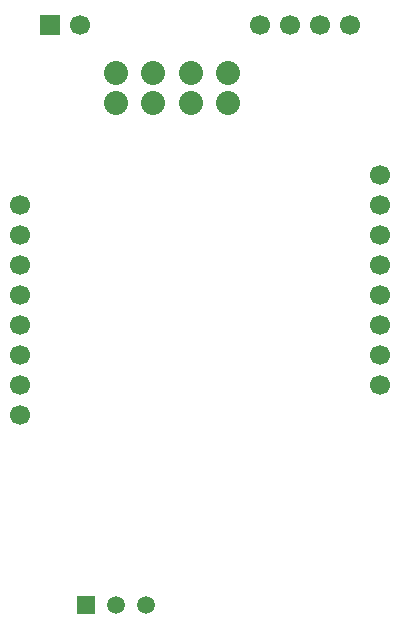
<source format=gbl>
G04 Layer_Physical_Order=4*
G04 Layer_Color=16711680*
%FSLAX25Y25*%
%MOIN*%
G70*
G01*
G75*
%ADD15C,0.06693*%
%ADD16R,0.06693X0.06693*%
%ADD17C,0.05906*%
%ADD18R,0.05906X0.05906*%
%ADD19C,0.08000*%
D15*
X322429Y343953D02*
D03*
Y353953D02*
D03*
Y363953D02*
D03*
Y373953D02*
D03*
Y383953D02*
D03*
Y393953D02*
D03*
Y403953D02*
D03*
Y413953D02*
D03*
X222429Y463953D02*
D03*
X312429D02*
D03*
X292429D02*
D03*
X282429D02*
D03*
X302429D02*
D03*
X202429Y403953D02*
D03*
Y393953D02*
D03*
Y383953D02*
D03*
Y373953D02*
D03*
Y363953D02*
D03*
Y353953D02*
D03*
Y343953D02*
D03*
Y333953D02*
D03*
D16*
X212429Y463953D02*
D03*
D17*
X244500Y270500D02*
D03*
X234500D02*
D03*
D18*
X224500D02*
D03*
D19*
X234500Y448000D02*
D03*
Y438000D02*
D03*
X247000Y448000D02*
D03*
Y438000D02*
D03*
X272000Y448000D02*
D03*
Y438000D02*
D03*
X259500Y448000D02*
D03*
Y438000D02*
D03*
M02*

</source>
